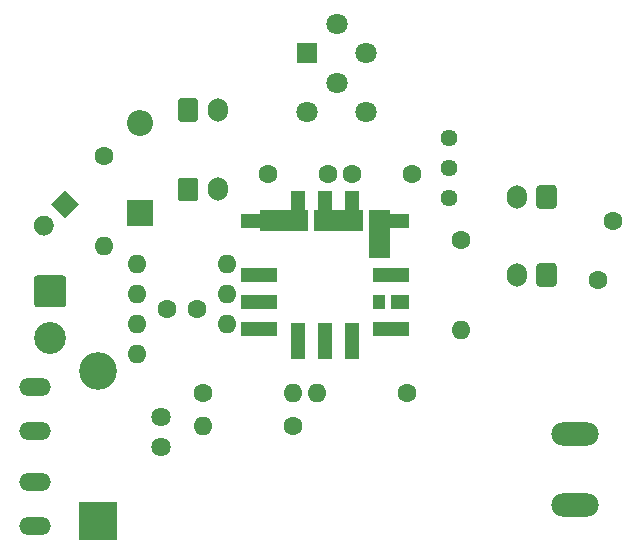
<source format=gts>
G04 #@! TF.GenerationSoftware,KiCad,Pcbnew,(5.1.10)-1*
G04 #@! TF.CreationDate,2022-02-14T20:21:52+09:00*
G04 #@! TF.ProjectId,Integrated_Power_Board,496e7465-6772-4617-9465-645f506f7765,rev?*
G04 #@! TF.SameCoordinates,Original*
G04 #@! TF.FileFunction,Soldermask,Top*
G04 #@! TF.FilePolarity,Negative*
%FSLAX46Y46*%
G04 Gerber Fmt 4.6, Leading zero omitted, Abs format (unit mm)*
G04 Created by KiCad (PCBNEW (5.1.10)-1) date 2022-02-14 20:21:52*
%MOMM*%
%LPD*%
G01*
G04 APERTURE LIST*
%ADD10C,0.100000*%
%ADD11O,1.700000X2.000000*%
%ADD12O,2.700000X1.500000*%
%ADD13O,1.600000X1.600000*%
%ADD14C,1.635000*%
%ADD15C,1.600000*%
%ADD16C,1.800000*%
%ADD17R,1.800000X1.800000*%
%ADD18O,4.000000X2.000000*%
%ADD19C,1.440000*%
%ADD20R,2.200000X2.200000*%
%ADD21O,2.200000X2.200000*%
%ADD22R,3.200000X3.200000*%
%ADD23O,3.200000X3.200000*%
%ADD24C,2.700000*%
G04 APERTURE END LIST*
G36*
G01*
X123967908Y-89714010D02*
X123967908Y-89714010D01*
G75*
G02*
X125169990Y-89714010I601041J-601041D01*
G01*
X125169990Y-89714010D01*
G75*
G02*
X125169990Y-90916092I-601041J-601041D01*
G01*
X125169990Y-90916092D01*
G75*
G02*
X123967908Y-90916092I-601041J601041D01*
G01*
X123967908Y-90916092D01*
G75*
G02*
X123967908Y-89714010I601041J601041D01*
G01*
G37*
D10*
G36*
X125162918Y-88519000D02*
G01*
X126365000Y-87316918D01*
X127567082Y-88519000D01*
X126365000Y-89721082D01*
X125162918Y-88519000D01*
G37*
G36*
G01*
X135929000Y-81268000D02*
X135929000Y-79768000D01*
G75*
G02*
X136179000Y-79518000I250000J0D01*
G01*
X137379000Y-79518000D01*
G75*
G02*
X137629000Y-79768000I0J-250000D01*
G01*
X137629000Y-81268000D01*
G75*
G02*
X137379000Y-81518000I-250000J0D01*
G01*
X136179000Y-81518000D01*
G75*
G02*
X135929000Y-81268000I0J250000D01*
G01*
G37*
D11*
X139279000Y-80518000D03*
D12*
X123825000Y-104005000D03*
X123825000Y-107705000D03*
X123825000Y-112005000D03*
X123825000Y-115705000D03*
D13*
X132461000Y-93599000D03*
X140081000Y-98679000D03*
X132461000Y-96139000D03*
X140081000Y-96139000D03*
X132461000Y-98679000D03*
X140081000Y-93599000D03*
X132461000Y-101219000D03*
D14*
X134493000Y-106553000D03*
X134493000Y-109093000D03*
D15*
X138049000Y-104521000D03*
D13*
X145669000Y-104521000D03*
D16*
X149352000Y-73232000D03*
X149352000Y-78232000D03*
X151852000Y-80732000D03*
X146852000Y-80732000D03*
X151852000Y-75732000D03*
D17*
X146852000Y-75732000D03*
D10*
G36*
X147485000Y-90776000D02*
G01*
X147485000Y-89006000D01*
X151555000Y-89006000D01*
X151555000Y-90776000D01*
X147485000Y-90776000D01*
G37*
G36*
X142905000Y-90776000D02*
G01*
X142905000Y-89006000D01*
X146975000Y-89006000D01*
X146975000Y-90776000D01*
X142905000Y-90776000D01*
G37*
G36*
X152090000Y-93071000D02*
G01*
X152090000Y-89001000D01*
X153860000Y-89001000D01*
X153860000Y-93071000D01*
X152090000Y-93071000D01*
G37*
G36*
X152475000Y-97361000D02*
G01*
X152475000Y-96161000D01*
X153475000Y-96161000D01*
X153475000Y-97361000D01*
X152475000Y-97361000D01*
G37*
G36*
X153975000Y-97361000D02*
G01*
X153975000Y-96161000D01*
X155475000Y-96161000D01*
X155475000Y-97361000D01*
X153975000Y-97361000D01*
G37*
G36*
X150065000Y-90371000D02*
G01*
X150065000Y-87371000D01*
X151265000Y-87371000D01*
X151265000Y-90371000D01*
X150065000Y-90371000D01*
G37*
G36*
X147775000Y-90371000D02*
G01*
X147775000Y-87371000D01*
X148975000Y-87371000D01*
X148975000Y-90371000D01*
X147775000Y-90371000D01*
G37*
G36*
X145485000Y-90371000D02*
G01*
X145485000Y-87371000D01*
X146685000Y-87371000D01*
X146685000Y-90371000D01*
X145485000Y-90371000D01*
G37*
G36*
X141275000Y-90491000D02*
G01*
X141275000Y-89291000D01*
X144275000Y-89291000D01*
X144275000Y-90491000D01*
X141275000Y-90491000D01*
G37*
G36*
X152475000Y-90491000D02*
G01*
X152475000Y-89291000D01*
X155475000Y-89291000D01*
X155475000Y-90491000D01*
X152475000Y-90491000D01*
G37*
G36*
X152475000Y-95071000D02*
G01*
X152475000Y-93871000D01*
X155475000Y-93871000D01*
X155475000Y-95071000D01*
X152475000Y-95071000D01*
G37*
G36*
X152475000Y-99651000D02*
G01*
X152475000Y-98451000D01*
X155475000Y-98451000D01*
X155475000Y-99651000D01*
X152475000Y-99651000D01*
G37*
G36*
X141275000Y-95071000D02*
G01*
X141275000Y-93871000D01*
X144275000Y-93871000D01*
X144275000Y-95071000D01*
X141275000Y-95071000D01*
G37*
G36*
X141275000Y-97361000D02*
G01*
X141275000Y-96161000D01*
X144275000Y-96161000D01*
X144275000Y-97361000D01*
X141275000Y-97361000D01*
G37*
G36*
X141275000Y-99651000D02*
G01*
X141275000Y-98451000D01*
X144275000Y-98451000D01*
X144275000Y-99651000D01*
X141275000Y-99651000D01*
G37*
G36*
X150065000Y-101571000D02*
G01*
X150065000Y-98571000D01*
X151265000Y-98571000D01*
X151265000Y-101571000D01*
X150065000Y-101571000D01*
G37*
G36*
X147775000Y-101571000D02*
G01*
X147775000Y-98571000D01*
X148975000Y-98571000D01*
X148975000Y-101571000D01*
X147775000Y-101571000D01*
G37*
G36*
X145485000Y-101571000D02*
G01*
X145485000Y-98571000D01*
X146685000Y-98571000D01*
X146685000Y-101571000D01*
X145485000Y-101571000D01*
G37*
D15*
X155703000Y-85909000D03*
X150703000Y-85909000D03*
X143591000Y-85909000D03*
X148591000Y-85909000D03*
X137501000Y-97409000D03*
X135001000Y-97409000D03*
D18*
X169545000Y-107950000D03*
X169545000Y-113950000D03*
D19*
X158877000Y-82931000D03*
X158877000Y-85471000D03*
X158877000Y-88011000D03*
D15*
X172720000Y-89916000D03*
X171520000Y-94916000D03*
D13*
X129667000Y-92075000D03*
D15*
X129667000Y-84455000D03*
X159893000Y-91567000D03*
D13*
X159893000Y-99187000D03*
D15*
X155321000Y-104521000D03*
D13*
X147701000Y-104521000D03*
D15*
X145669000Y-107315000D03*
D13*
X138049000Y-107315000D03*
G36*
G01*
X135929000Y-87999000D02*
X135929000Y-86499000D01*
G75*
G02*
X136179000Y-86249000I250000J0D01*
G01*
X137379000Y-86249000D01*
G75*
G02*
X137629000Y-86499000I0J-250000D01*
G01*
X137629000Y-87999000D01*
G75*
G02*
X137379000Y-88249000I-250000J0D01*
G01*
X136179000Y-88249000D01*
G75*
G02*
X135929000Y-87999000I0J250000D01*
G01*
G37*
D11*
X139279000Y-87249000D03*
X164632000Y-87884000D03*
G36*
G01*
X167982000Y-87134000D02*
X167982000Y-88634000D01*
G75*
G02*
X167732000Y-88884000I-250000J0D01*
G01*
X166532000Y-88884000D01*
G75*
G02*
X166282000Y-88634000I0J250000D01*
G01*
X166282000Y-87134000D01*
G75*
G02*
X166532000Y-86884000I250000J0D01*
G01*
X167732000Y-86884000D01*
G75*
G02*
X167982000Y-87134000I0J-250000D01*
G01*
G37*
X164632000Y-94488000D03*
G36*
G01*
X167982000Y-93738000D02*
X167982000Y-95238000D01*
G75*
G02*
X167732000Y-95488000I-250000J0D01*
G01*
X166532000Y-95488000D01*
G75*
G02*
X166282000Y-95238000I0J250000D01*
G01*
X166282000Y-93738000D01*
G75*
G02*
X166532000Y-93488000I250000J0D01*
G01*
X167732000Y-93488000D01*
G75*
G02*
X167982000Y-93738000I0J-250000D01*
G01*
G37*
D20*
X132715000Y-89281000D03*
D21*
X132715000Y-81661000D03*
D22*
X129159000Y-115316000D03*
D23*
X129159000Y-102616000D03*
G36*
G01*
X123995001Y-94535000D02*
X126194999Y-94535000D01*
G75*
G02*
X126445000Y-94785001I0J-250001D01*
G01*
X126445000Y-96984999D01*
G75*
G02*
X126194999Y-97235000I-250001J0D01*
G01*
X123995001Y-97235000D01*
G75*
G02*
X123745000Y-96984999I0J250001D01*
G01*
X123745000Y-94785001D01*
G75*
G02*
X123995001Y-94535000I250001J0D01*
G01*
G37*
D24*
X125095000Y-99845000D03*
M02*

</source>
